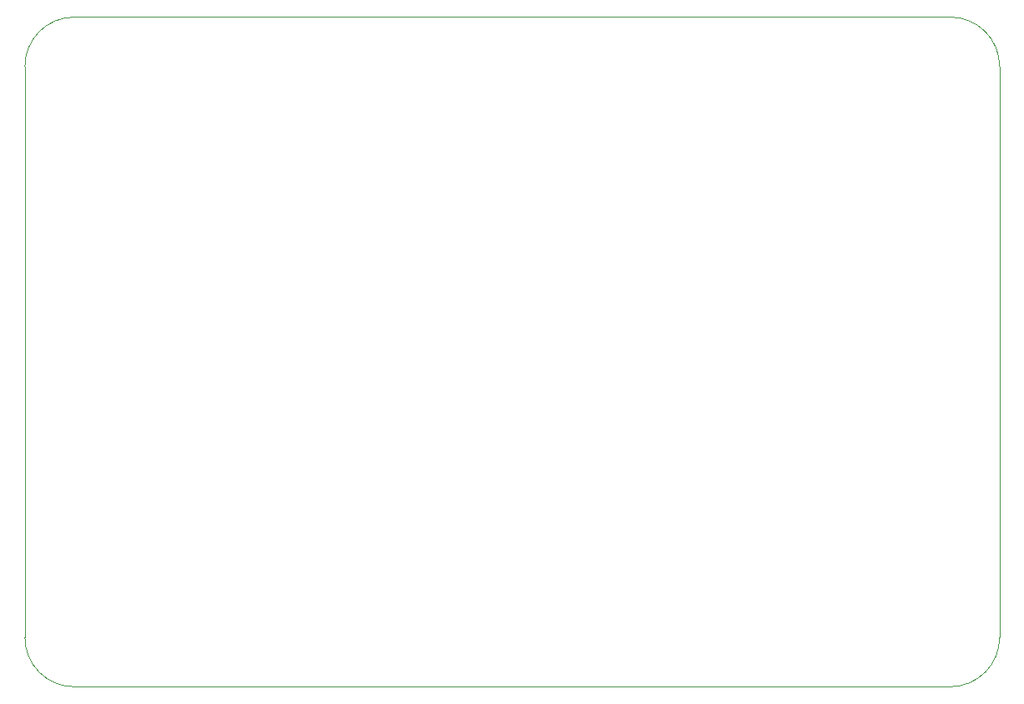
<source format=gbr>
%TF.GenerationSoftware,KiCad,Pcbnew,7.0.6*%
%TF.CreationDate,2023-11-05T20:30:34+01:00*%
%TF.ProjectId,Julkort,4a756c6b-6f72-4742-9e6b-696361645f70,rev?*%
%TF.SameCoordinates,Original*%
%TF.FileFunction,Profile,NP*%
%FSLAX46Y46*%
G04 Gerber Fmt 4.6, Leading zero omitted, Abs format (unit mm)*
G04 Created by KiCad (PCBNEW 7.0.6) date 2023-11-05 20:30:34*
%MOMM*%
%LPD*%
G01*
G04 APERTURE LIST*
%TA.AperFunction,Profile*%
%ADD10C,0.100000*%
%TD*%
G04 APERTURE END LIST*
D10*
X78202279Y-70548159D02*
G75*
G03*
X73202279Y-75548154I1J-5000001D01*
G01*
X73202279Y-75548154D02*
X73202279Y-133519994D01*
X73202306Y-133519994D02*
G75*
G03*
X78202279Y-138519994I4999994J-6D01*
G01*
X167009027Y-70548154D02*
X78202279Y-70548154D01*
X167009027Y-138519927D02*
G75*
G03*
X172009027Y-133519994I73J4999927D01*
G01*
X172008946Y-75548154D02*
G75*
G03*
X167009027Y-70548154I-5000046J-46D01*
G01*
X172009027Y-133519994D02*
X172009027Y-75548154D01*
X78202279Y-138519994D02*
X167009027Y-138519994D01*
M02*

</source>
